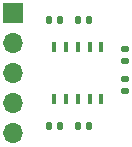
<source format=gbr>
%TF.GenerationSoftware,KiCad,Pcbnew,8.0.4*%
%TF.CreationDate,2024-08-21T17:48:23-04:00*%
%TF.ProjectId,pi_max31328,70695f6d-6178-4333-9133-32382e6b6963,rev?*%
%TF.SameCoordinates,Original*%
%TF.FileFunction,Soldermask,Top*%
%TF.FilePolarity,Negative*%
%FSLAX46Y46*%
G04 Gerber Fmt 4.6, Leading zero omitted, Abs format (unit mm)*
G04 Created by KiCad (PCBNEW 8.0.4) date 2024-08-21 17:48:23*
%MOMM*%
%LPD*%
G01*
G04 APERTURE LIST*
G04 Aperture macros list*
%AMRoundRect*
0 Rectangle with rounded corners*
0 $1 Rounding radius*
0 $2 $3 $4 $5 $6 $7 $8 $9 X,Y pos of 4 corners*
0 Add a 4 corners polygon primitive as box body*
4,1,4,$2,$3,$4,$5,$6,$7,$8,$9,$2,$3,0*
0 Add four circle primitives for the rounded corners*
1,1,$1+$1,$2,$3*
1,1,$1+$1,$4,$5*
1,1,$1+$1,$6,$7*
1,1,$1+$1,$8,$9*
0 Add four rect primitives between the rounded corners*
20,1,$1+$1,$2,$3,$4,$5,0*
20,1,$1+$1,$4,$5,$6,$7,0*
20,1,$1+$1,$6,$7,$8,$9,0*
20,1,$1+$1,$8,$9,$2,$3,0*%
G04 Aperture macros list end*
%ADD10R,1.700000X1.700000*%
%ADD11O,1.700000X1.700000*%
%ADD12R,0.450000X0.875000*%
%ADD13RoundRect,0.140000X-0.140000X-0.170000X0.140000X-0.170000X0.140000X0.170000X-0.140000X0.170000X0*%
%ADD14RoundRect,0.140000X0.140000X0.170000X-0.140000X0.170000X-0.140000X-0.170000X0.140000X-0.170000X0*%
%ADD15RoundRect,0.135000X-0.185000X0.135000X-0.185000X-0.135000X0.185000X-0.135000X0.185000X0.135000X0*%
%ADD16RoundRect,0.135000X0.185000X-0.135000X0.185000X0.135000X-0.185000X0.135000X-0.185000X-0.135000X0*%
G04 APERTURE END LIST*
D10*
%TO.C,J1*%
X18025000Y-21950000D03*
D11*
X18025000Y-24490000D03*
X18025000Y-27030000D03*
X18025000Y-29570000D03*
X18025000Y-32110000D03*
%TD*%
D12*
%TO.C,U1*%
X21500000Y-29212000D03*
X22500000Y-29212000D03*
X23500000Y-29212000D03*
X24500000Y-29212000D03*
X25500000Y-29212000D03*
X25500000Y-24787000D03*
X24500000Y-24787000D03*
X23500000Y-24787000D03*
X22500000Y-24787000D03*
X21500000Y-24787000D03*
%TD*%
D13*
%TO.C,C1*%
X23520000Y-31500000D03*
X24480000Y-31500000D03*
%TD*%
D14*
%TO.C,C2*%
X21980000Y-31500000D03*
X21020000Y-31500000D03*
%TD*%
D15*
%TO.C,R1*%
X27500000Y-27490000D03*
X27500000Y-28510000D03*
%TD*%
D16*
%TO.C,R2*%
X27500000Y-26010000D03*
X27500000Y-24990000D03*
%TD*%
D14*
%TO.C,C4*%
X21980000Y-22500000D03*
X21020000Y-22500000D03*
%TD*%
D13*
%TO.C,C3*%
X23520000Y-22500000D03*
X24480000Y-22500000D03*
%TD*%
M02*

</source>
